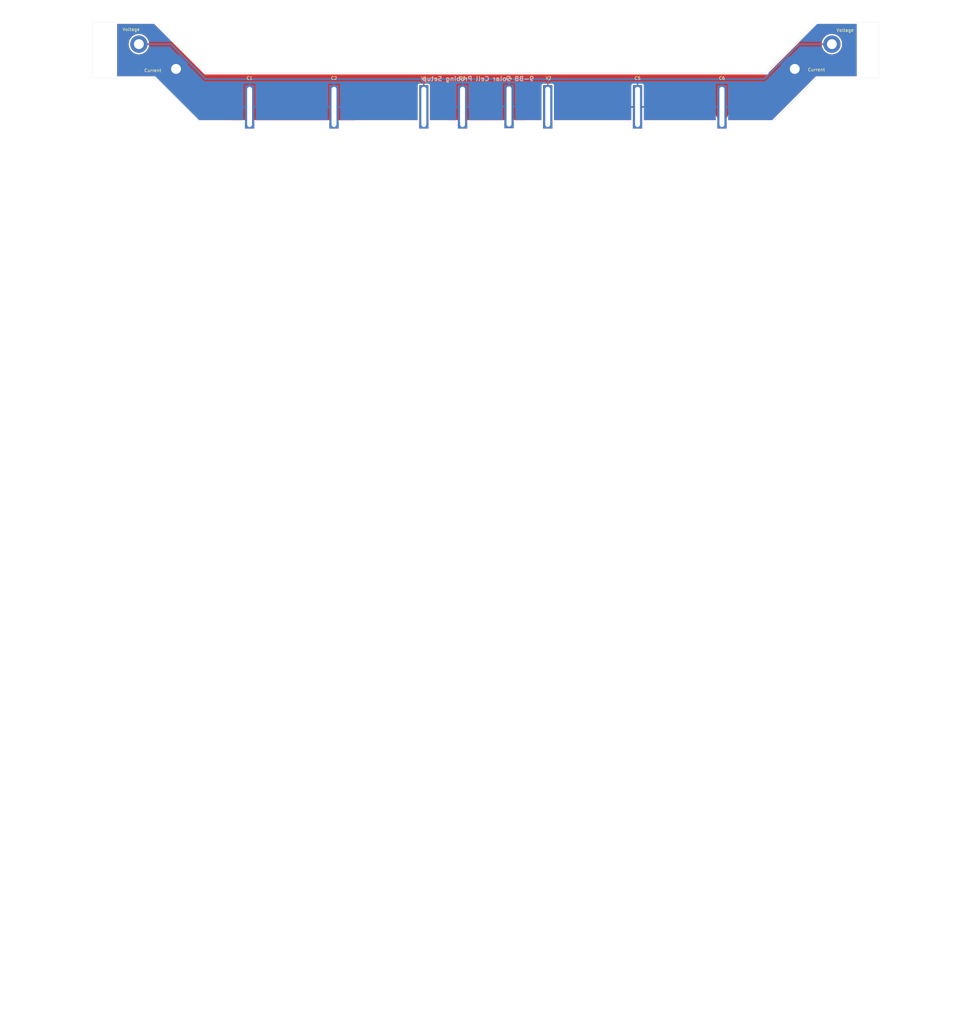
<source format=kicad_pcb>
(kicad_pcb (version 20240108) (generator "pcbnew") (generator_version "8.0")
  (layers (0 "F.Cu" signal) (31 "B.Cu" signal) (34 "B.Paste" user) (35 "F.Paste" user) (36 "B.SilkS" user "B.Silkscreen") (37 "F.SilkS" user "F.Silkscreen") (38 "B.Mask" user) (39 "F.Mask" user) (44 "Edge.Cuts" user))
  (net 0 "")
  (net 1 "Current")
  (net 2 "Voltage")
  (footprint "MountingHole:MountingHole_3.2mm_M3_DIN965_Pad" (layer "F.Cu") (at 46.75 96.75)
    (property "Reference" "Current" (at -7.5 0.5 0) (layer "F.SilkS"))
    (property "Value" "Conn_01x02_Socket" (hide yes))
    (pad "1" thru_hole circle (at 0 0) (size 5.6 5.6) (drill 3.2) (layers "*.Cu" "*.Mask") (net 1 "Current"))
  )
  (footprint "MountingHole:MountingHole_3.2mm_M3_DIN965_Pad" (layer "F.Cu") (at 246.5 96.75)
    (property "Reference" "Current" (at 7 0.25 0) (layer "F.SilkS"))
    (property "Value" "Conn_01x02_Socket" (hide yes))
    (pad "1" thru_hole circle (at 0 0) (size 5.6 5.6) (drill 3.2) (layers "*.Cu" "*.Mask") (net 1 "Current"))
  )
  (footprint "Custom:0.64mm Pogo Pin" (layer "F.Cu") (at 97.75 99.5)
    (property "Reference" "C2" (at 0 0.25 0) (layer "F.SilkS"))
    (property "Value" "~")
    (pad "1" thru_hole custom (at 0 9.5) (size 3 14) (drill oval 1.6 13) (layers "*.Cu" "*.Mask") (net 1 "Current") (options (clearance outline) (anchor rect)) (primitives))
  )
  (footprint "MountingHole:MountingHole_3.2mm_M3_DIN965_Pad" (layer "F.Cu") (at 258.5 88.75)
    (property "Reference" "Voltage" (at 4.25 -4.5 0) (layer "F.SilkS"))
    (property "Value" "Conn_01x02_Socket" (hide yes))
    (pad "1" thru_hole circle (at 0 0) (size 5.6 5.6) (drill 3.2) (layers "*.Cu" "*.Mask") (net 2 "Voltage"))
  )
  (footprint "MountingHole:MountingHole_3.2mm_M3_DIN965_Pad" (layer "F.Cu") (at 34.75 88.75)
    (property "Reference" "Voltage" (at -2.5 -4.75 0) (layer "F.SilkS"))
    (property "Value" "Conn_01x02_Socket" (hide yes))
    (pad "1" thru_hole circle (at 0 0) (size 5.6 5.6) (drill 3.2) (layers "*.Cu" "*.Mask") (net 2 "Voltage"))
  )
  (footprint "Custom:0.64mm Pogo Pin" (layer "F.Cu") (at 126.75 99.5)
    (property "Reference" "V1" (at 0 0.25 0) (layer "F.SilkS"))
    (property "Value" "~")
    (pad "1" thru_hole custom (at 0 9.5) (size 3 14) (drill oval 1.6 13) (layers "*.Cu" "*.Mask") (net 2 "Voltage") (options (clearance outline) (anchor rect)) (primitives))
  )
  (footprint "Custom:0.64mm Pogo Pin" (layer "F.Cu") (at 139.25 99.5)
    (property "Reference" "C3" (at 0 0.25 0) (layer "F.SilkS"))
    (property "Value" "~")
    (pad "1" thru_hole custom (at 0 9.5) (size 3 14) (drill oval 1.6 13) (layers "*.Cu" "*.Mask") (net 1 "Current") (options (clearance outline) (anchor rect)) (primitives))
  )
  (footprint "Custom:0.64mm Pogo Pin" (layer "F.Cu") (at 195.75 99.5)
    (property "Reference" "C5" (at 0 0.25 0) (layer "F.SilkS"))
    (property "Value" "~")
    (pad "1" thru_hole custom (at 0 9.5) (size 3 14) (drill oval 1.6 13) (layers "*.Cu" "*.Mask") (net 1 "Current") (options (clearance outline) (anchor rect)) (primitives))
  )
  (footprint "Custom:0.64mm Pogo Pin" (layer "F.Cu") (at 166.75 99.5)
    (property "Reference" "C4" (at -12.5 0.25 0) (layer "F.SilkS"))
    (property "Value" "~")
    (pad "1" thru_hole custom (at 0 9.5) (size 3 14) (drill oval 1.6 13) (layers "*.Cu" "*.Mask") (net 2 "Voltage") (options (clearance outline) (anchor rect)) (primitives))
  )
  (footprint "Custom:0.64mm Pogo Pin" (layer "F.Cu") (at 223 99.5)
    (property "Reference" "C6" (at 0 0.25 0) (layer "F.SilkS"))
    (property "Value" "~")
    (pad "1" thru_hole custom (at 0 9.5) (size 3 14) (drill oval 1.6 13) (layers "*.Cu" "*.Mask") (net 1 "Current") (options (clearance outline) (anchor rect)) (primitives))
  )
  (footprint "Custom:0.64mm Pogo Pin" (layer "F.Cu") (at 154.25 99.375)
    (property "Reference" "V2" (at 12.75 0.375 0) (layer "F.SilkS"))
    (property "Value" "~")
    (pad "1" thru_hole custom (at 0 9.5) (size 3 14) (drill oval 1.6 13) (layers "*.Cu" "*.Mask") (net 1 "Current") (options (clearance outline) (anchor rect)) (primitives))
  )
  (footprint "Custom:0.64mm Pogo Pin" (layer "F.Cu") (at 70.5 99.5)
    (property "Reference" "C1" (at 0 0.25 0) (layer "F.SilkS"))
    (property "Value" "~")
    (pad "1" thru_hole custom (at 0 9.5) (size 3 14) (drill oval 1.6 13) (layers "*.Cu" "*.Mask") (net 1 "Current") (options (clearance outline) (anchor rect)) (primitives))
  )
  (gr_line (start 19.8 99.65) (end 39.8 99.65) (stroke (width 0.05)) (layer "Edge.Cuts"))
  (gr_line (start 273.6 81.65) (end 273.6 99.65) (stroke (width 0.05)) (layer "Edge.Cuts"))
  (gr_line (start 273.6 99.65) (end 253.6 99.65) (stroke (width 0.05)) (layer "Edge.Cuts"))
  (gr_line (start 253.6 99.65) (end 239.45 113.8) (stroke (width 0.05)) (layer "Edge.Cuts"))
  (gr_line (start 56.2 98.05) (end 237.2 98.05) (stroke (width 0.05)) (layer "Edge.Cuts"))
  (gr_line (start 253.6 81.65) (end 237.2 98.05) (stroke (width 0.05)) (layer "Edge.Cuts"))
  (gr_line (start 19.8 81.65) (end 39.8 81.65) (stroke (width 0.05)) (layer "Edge.Cuts"))
  (gr_line (start 19.8 81.65) (end 19.8 99.65) (stroke (width 0.05)) (layer "Edge.Cuts"))
  (gr_line (start 39.8 81.65) (end 56.2 98.05) (stroke (width 0.05)) (layer "Edge.Cuts"))
  (gr_line (start 53.95 113.8) (end 239.45 113.8) (stroke (width 0.05)) (layer "Edge.Cuts"))
  (gr_line (start 273.6 81.65) (end 253.6 81.65) (stroke (width 0.05)) (layer "Edge.Cuts"))
  (gr_line (start 39.8 99.65) (end 53.95 113.8) (stroke (width 0.05)) (layer "Edge.Cuts"))
  (gr_text "9-BB Solar Cell Probing Setup" (at 162.5 100.75 0) (layer "B.SilkS") (effects (font (size 1.4 1.5) (thickness 0.3) (bold yes)) (justify left bottom mirror)))
  (segment (start 104.25 111.25) (end 65 111.25) (width 4) (layer "F.Cu") (net 1))
  (segment (start 154.25 108.875) (end 154.25 109) (width 4) (layer "F.Cu") (net 1))
  (segment (start 243.75 99.5) (end 243.5 99.25) (width 2) (layer "F.Cu") (net 1))
  (segment (start 154.25 108.875) (end 154.25 101.5) (width 4) (layer "F.Cu") (net 1))
  (segment (start 246.5 96.75) (end 247.75 95.5) (width 2) (layer "F.Cu") (net 1))
  (segment (start 249 95.5) (end 249 99.5) (width 2) (layer "F.Cu") (net 1))
  (segment (start 70.5 109) (end 70.5 111.25) (width 4) (layer "F.Cu") (net 1))
  (segment (start 97.75 109) (end 97.75 102) (width 4) (layer "F.Cu") (net 1))
  (segment (start 139.25 111) (end 139 111.25) (width 4) (layer "F.Cu") (net 1))
  (segment (start 70.5 109) (end 70.5 101.75) (width 4) (layer "F.Cu") (net 1))
  (segment (start 44 93.5) (end 45.25 93.5) (width 2) (layer "F.Cu") (net 1))
  (segment (start 154.25 109) (end 156.5 111.25) (width 4) (layer "F.Cu") (net 1))
  (segment (start 97.75 109.25) (end 99.75 111.25) (width 4) (layer "F.Cu") (net 1))
  (segment (start 247.75 95.5) (end 249 95.5) (width 2) (layer "F.Cu") (net 1))
  (segment (start 139.25 109) (end 139.25 111.25) (width 4) (layer "F.Cu") (net 1))
  (segment (start 46.75 96.75) (end 46.75 94) (width 2) (layer "F.Cu") (net 1))
  (segment (start 139.25 109) (end 139.25 111) (width 4) (layer "F.Cu") (net 1))
  (segment (start 139.25 109) (end 139.25 110.25) (width 4) (layer "F.Cu") (net 1))
  (segment (start 46.75 94) (end 47 93.75) (width 2) (layer "F.Cu") (net 1))
  (segment (start 49.75 94) (end 49.75 99.25) (width 2) (layer "F.Cu") (net 1))
  (segment (start 249 99.5) (end 243.75 99.5) (width 2) (layer "F.Cu") (net 1))
  (segment (start 243.5 99.25) (end 243.75 99) (width 2) (layer "F.Cu") (net 1))
  (segment (start 97.75 109) (end 97.75 109.25) (width 4) (layer "F.Cu") (net 1))
  (segment (start 139 111.25) (end 152.25 111.25) (width 4) (layer "F.Cu") (net 1))
  (segment (start 139.25 110.25) (end 138.25 111.25) (width 4) (layer "F.Cu") (net 1))
  (segment (start 223 109) (end 223 111) (width 4) (layer "F.Cu") (net 1))
  (segment (start 49.5 93.75) (end 49.75 94) (width 2) (layer "F.Cu") (net 1))
  (segment (start 243.75 99) (end 243.75 94) (width 2) (layer "F.Cu") (net 1))
  (segment (start 49.75 99.25) (end 44 99.25) (width 2) (layer "F.Cu") (net 1))
  (segment (start 138.25 111.25) (end 135 111.25) (width 4) (layer "F.Cu") (net 1))
  (segment (start 139.25 109) (end 139.25 101.5) (width 4) (layer "F.Cu") (net 1))
  (segment (start 243.75 94) (end 249 94) (width 2) (layer "F.Cu") (net 1))
  (segment (start 97.75 109) (end 97.75 111.25) (width 4) (layer "F.Cu") (net 1))
  (segment (start 223 109) (end 223 101) (width 4) (layer "F.Cu") (net 1))
  (segment (start 152.25 110.875) (end 154.25 108.875) (width 4) (layer "F.Cu") (net 1))
  (segment (start 99.75 111.25) (end 104.25 111.25) (width 4) (layer "F.Cu") (net 1))
  (segment (start 44 99.25) (end 44 93.5) (width 2) (layer "F.Cu") (net 1))
  (segment (start 223 111) (end 223 111.25) (width 4) (layer "F.Cu") (net 1))
  (segment (start 152.25 111.25) (end 152.25 110.875) (width 4) (layer "F.Cu") (net 1))
  (segment (start 156.5 111.25) (end 159 111.25) (width 4) (layer "F.Cu") (net 1))
  (segment (start 154.25 108.875) (end 154.25 111.25) (width 4) (layer "F.Cu") (net 1))
  (segment (start 47 93.75) (end 49.5 93.75) (width 2) (layer "F.Cu") (net 1))
  (segment (start 49.5 95.30061) (end 49.5 99.5) (width 2) (layer "B.Cu") (net 1))
  (segment (start 43.75 99.25) (end 43.75 94.5) (width 2) (layer "B.Cu") (net 1))
  (segment (start 243 95.681981) (end 244.840991 93.84099) (width 2) (layer "B.Cu") (net 1))
  (segment (start 47.44939 93.25) (end 49.349695 95.150305) (width 2) (layer "B.Cu") (net 1))
  (segment (start 46 93.25) (end 47.44939 93.25) (width 2) (layer "B.Cu") (net 1))
  (segment (start 246.75 93.75) (end 248.5 93.75) (width 2) (layer "B.Cu") (net 1))
  (segment (start 43.75 94.5) (end 44.75 93.5) (width 2) (layer "B.Cu") (net 1))
  (segment (start 46 96) (end 46 93.25) (width 2) (layer "B.Cu") (net 1))
  (segment (start 244.5 99.5) (end 243 98) (width 2) (layer "B.Cu") (net 1))
  (segment (start 49.5 99.5) (end 44 99.5) (width 2) (layer "B.Cu") (net 1))
  (segment (start 244.840991 93.84099) (end 245.000001 94) (width 2) (layer "B.Cu") (net 1))
  (segment (start 44 99.5) (end 43.75 99.25) (width 2) (layer "B.Cu") (net 1))
  (segment (start 246.5 96.75) (end 246.5 94) (width 2) (layer "B.Cu") (net 1))
  (segment (start 243 98) (end 243 96.75) (width 2) (layer "B.Cu") (net 1))
  (segment (start 46.75 96.75) (end 46 96) (width 2) (layer "B.Cu") (net 1))
  (segment (start 248.75 94) (end 249.75 95) (width 2) (layer "B.Cu") (net 1))
  (segment (start 249.75 95) (end 249.75 97.5) (width 2) (layer "B.Cu") (net 1))
  (segment (start 248.5 93.75) (end 248.75 94) (width 2) (layer "B.Cu") (net 1))
  (segment (start 243 96.75) (end 243 95.681981) (width 2) (layer "B.Cu") (net 1))
  (segment (start 249.75 97.5) (end 247.5 99.75) (width 2) (layer "B.Cu") (net 1))
  (segment (start 49.349695 95.150305) (end 49.5 95.30061) (width 2) (layer "B.Cu") (net 1))
  (segment (start 246.5 94) (end 246.75 93.75) (width 2) (layer "B.Cu") (net 1))
  (segment (start 244.75 99.75) (end 244.5 99.5) (width 2) (layer "B.Cu") (net 1))
  (segment (start 247.5 99.75) (end 247 99.75) (width 2) (layer "B.Cu") (net 1))
  (segment (start 247 99.75) (end 244.75 99.75) (width 2) (layer "B.Cu") (net 1))
  (segment (start 126.75 109) (end 126.75 101) (width 0.5) (layer "B.Cu") (net 2))
  (segment (start 258.5 88.75) (end 247.881371 88.75) (width 0.5) (layer "B.Cu") (net 2))
  (segment (start 120.5 100) (end 56.25 100) (width 0.5) (layer "B.Cu") (net 2))
  (segment (start 167.5 100) (end 166.75 100.75) (width 0.5) (layer "B.Cu") (net 2))
  (segment (start 171 100) (end 167.5 100) (width 0.5) (layer "B.Cu") (net 2))
  (segment (start 166.75 100.75) (end 166.75 109) (width 0.5) (layer "B.Cu") (net 2))
  (segment (start 236.631371 100) (end 171 100) (width 0.5) (layer "B.Cu") (net 2))
  (segment (start 56.25 100) (end 45 88.75) (width 0.5) (layer "B.Cu") (net 2))
  (segment (start 171 100) (end 120.5 100) (width 0.5) (layer "B.Cu") (net 2))
  (segment (start 247.881371 88.75) (end 236.631371 100) (width 0.5) (layer "B.Cu") (net 2))
  (segment (start 45 88.75) (end 34.75 88.75) (width 0.5) (layer "B.Cu") (net 2))
  (segment (start 126.75 101) (end 125.75 100) (width 0.5) (layer "B.Cu") (net 2))
  (segment (start 125.75 100) (end 120.5 100) (width 0.5) (layer "B.Cu") (net 2))
  (zone (net 1) (net_name "Current") (layers "F&B.Cu") (connect_pads (clearance 0.5)) (min_thickness 0.25) (fill yes (thermal_gap 0.5) (thermal_bridge_width 0.5))
    (polygon (pts (xy 27.75 76.75) (xy 27.75 106.25) (xy 44.5 123) (xy 244 123) (xy 266.5 100.5) (xy 266.5 77.5) (xy 263.5 74.5) (xy 30 74.5)))
  )
)
</source>
